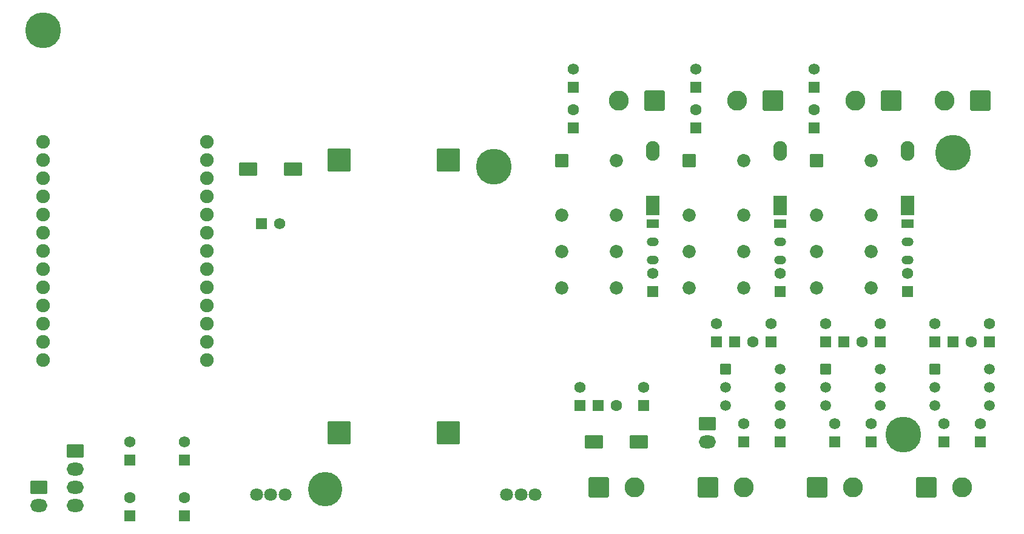
<source format=gbr>
G04 --- HEADER BEGIN --- *
G04 #@! TF.GenerationSoftware,LibrePCB,LibrePCB,1.3.0*
G04 #@! TF.CreationDate,2025-10-14T22:14:51*
G04 #@! TF.ProjectId,GateGuardian - Sommer Twist 350 Swing Gate,8a633c5c-b075-4c35-a81d-aba18a590e16,v1*
G04 #@! TF.Part,Single*
G04 #@! TF.SameCoordinates*
G04 #@! TF.FileFunction,Soldermask,Top*
G04 #@! TF.FilePolarity,Negative*
%FSLAX66Y66*%
%MOMM*%
G01*
G75*
G04 --- HEADER END --- *
G04 --- APERTURE LIST BEGIN --- *
%ADD10C,1.56*%
%AMROUNDEDRECT11*20,1,1.56,-0.68,0.0,0.68,0.0,0.0*20,1,1.36,-0.78,0.0,0.78,0.0,0.0*1,1,0.2,-0.68,0.68*1,1,0.2,0.68,0.68*1,1,0.2,0.68,-0.68*1,1,0.2,-0.68,-0.68*%
%ADD11ROUNDEDRECT11*%
%ADD12C,1.9*%
%AMROUNDEDRECT13*20,1,2.8,-1.3,0.0,1.3,0.0,0.0*20,1,2.6,-1.4,0.0,1.4,0.0,0.0*1,1,0.2,-1.3,1.3*1,1,0.2,1.3,1.3*1,1,0.2,1.3,-1.3*1,1,0.2,-1.3,-1.3*%
%ADD13ROUNDEDRECT13*%
%ADD14C,2.8*%
%ADD15O,1.9X2.75*%
%AMROUNDEDRECT16*20,1,1.9,-1.275,0.0,1.275,0.0,90.0*20,1,1.7,-1.375,0.0,1.375,0.0,90.0*1,1,0.2,-0.85,-1.275*1,1,0.2,-0.85,1.275*1,1,0.2,0.85,1.275*1,1,0.2,0.85,-1.275*%
%ADD16ROUNDEDRECT16*%
%ADD17O,2.39X1.787*%
%AMROUNDEDRECT18*20,1,1.787,-1.095,0.0,1.095,0.0,0.0*20,1,1.587,-1.195,0.0,1.195,0.0,0.0*1,1,0.2,-1.095,0.7935*1,1,0.2,1.095,0.7935*1,1,0.2,1.095,-0.7935*1,1,0.2,-1.095,-0.7935*%
%ADD18ROUNDEDRECT18*%
%AMROUNDEDRECT19*20,1,1.8,-1.15,0.0,1.15,0.0,0.0*20,1,1.6,-1.25,0.0,1.25,0.0,0.0*1,1,0.2,-1.15,0.8*1,1,0.2,1.15,0.8*1,1,0.2,1.15,-0.8*1,1,0.2,-1.15,-0.8*%
%ADD19ROUNDEDRECT19*%
%AMROUNDEDRECT20*20,1,1.6,-0.7,0.0,0.7,0.0,0.0*20,1,1.4,-0.8,0.0,0.8,0.0,0.0*1,1,0.2,-0.7,0.7*1,1,0.2,0.7,0.7*1,1,0.2,0.7,-0.7*1,1,0.2,-0.7,-0.7*%
%ADD20ROUNDEDRECT20*%
%ADD21C,1.6*%
%ADD22C,1.85*%
%AMROUNDEDRECT23*20,1,1.85,-0.825,0.0,0.825,0.0,0.0*20,1,1.65,-0.925,0.0,0.925,0.0,0.0*1,1,0.2,-0.825,0.825*1,1,0.2,0.825,0.825*1,1,0.2,0.825,-0.825*1,1,0.2,-0.825,-0.825*%
%ADD23ROUNDEDRECT23*%
%ADD24C,1.508*%
%AMROUNDEDRECT25*20,1,1.508,-0.654,0.0,0.654,0.0,0.0*20,1,1.308,-0.754,0.0,0.754,0.0,0.0*1,1,0.2,-0.654,0.654*1,1,0.2,0.654,0.654*1,1,0.2,0.654,-0.654*1,1,0.2,-0.654,-0.654*%
%ADD25ROUNDEDRECT25*%
%AMROUNDEDRECT26*20,1,3.2,-1.5,0.0,1.5,0.0,0.0*20,1,3.0,-1.6,0.0,1.6,0.0,0.0*1,1,0.2,-1.5,1.5*1,1,0.2,1.5,1.5*1,1,0.2,1.5,-1.5*1,1,0.2,-1.5,-1.5*%
%ADD26ROUNDEDRECT26*%
%ADD27O,1.7X1.25*%
%AMROUNDEDRECT28*20,1,1.25,-0.75,0.0,0.75,0.0,0.0*20,1,1.05,-0.85,0.0,0.85,0.0,0.0*1,1,0.2,-0.75,0.525*1,1,0.2,0.75,0.525*1,1,0.2,0.75,-0.525*1,1,0.2,-0.75,-0.525*%
%ADD28ROUNDEDRECT28*%
%ADD29C,1.8*%
%ADD30C,5.0*%
%ADD31C,4.8*%
G04 --- APERTURE LIST END --- *
G04 --- BOARD BEGIN --- *
D10*
G04 #@! TO.C,R14*
X128270000Y29210000D03*
D11*
X128270000Y26670000D03*
D10*
G04 #@! TO.C,R8*
X94932500Y64770000D03*
D11*
X94932500Y62230000D03*
D12*
G04 #@! TO.C,U4*
X3810000Y29210000D03*
X26670000Y36830000D03*
X26670000Y31750000D03*
X26670000Y52070000D03*
X3810000Y26670000D03*
X3810000Y49530000D03*
X26670000Y34290000D03*
X3810000Y46990000D03*
X26670000Y46990000D03*
X3810000Y24130000D03*
X26670000Y54610000D03*
X26670000Y49530000D03*
X26670000Y41910000D03*
X26670000Y29210000D03*
X3810000Y36830000D03*
X3810000Y34290000D03*
X3810000Y31750000D03*
X3810000Y52070000D03*
X3810000Y44450000D03*
X26670000Y39370000D03*
X26670000Y44450000D03*
X3810000Y41910000D03*
X26670000Y24130000D03*
X3810000Y54610000D03*
X3810000Y39370000D03*
X26670000Y26670000D03*
D13*
G04 #@! TO.C,J4*
X105687500Y60325000D03*
D14*
X100687500Y60325000D03*
D15*
G04 #@! TO.C,D2*
X106680000Y53340000D03*
D16*
X106680000Y45720000D03*
D10*
G04 #@! TO.C,R12*
X88900000Y36195000D03*
D11*
X88900000Y33655000D03*
D17*
G04 #@! TO.C,J2*
X3175000Y3810000D03*
D18*
X3175000Y6350000D03*
D10*
G04 #@! TO.C,R15*
X78740000Y20320000D03*
D11*
X78740000Y17780000D03*
D19*
G04 #@! TO.C,S2*
X32410000Y50800000D03*
X38710000Y50800000D03*
D20*
G04 #@! TO.C,GATE*
X81280000Y17780000D03*
D21*
X83820000Y17780000D03*
D10*
G04 #@! TO.C,R17*
X101600000Y15240000D03*
D11*
X101600000Y12700000D03*
D13*
G04 #@! TO.C,J11*
X134580000Y60325000D03*
D14*
X129580000Y60325000D03*
D22*
G04 #@! TO.C,K1*
X111760000Y44340000D03*
X119380000Y39260000D03*
X119380000Y51960000D03*
X119380000Y34180000D03*
X119380000Y44340000D03*
D23*
X111760000Y51960000D03*
D22*
X111760000Y39260000D03*
X111760000Y34180000D03*
D24*
G04 #@! TO.C,U1*
X120650000Y17780000D03*
X113030000Y20320000D03*
D25*
X113030000Y22860000D03*
D24*
X120650000Y20320000D03*
X113030000Y17780000D03*
X120650000Y22860000D03*
G04 #@! TO.C,U2*
X135890000Y17780000D03*
X128270000Y20320000D03*
D25*
X128270000Y22860000D03*
D24*
X135890000Y20320000D03*
X128270000Y17780000D03*
X135890000Y22860000D03*
D20*
G04 #@! TO.C,LED1*
X15875000Y2381250D03*
D21*
X15875000Y4921250D03*
D17*
G04 #@! TO.C,J1*
X8255000Y3810000D03*
D18*
X8255000Y11430000D03*
D17*
X8255000Y6350000D03*
X8255000Y8890000D03*
D20*
G04 #@! TO.C,STOP*
X94932500Y56515000D03*
D21*
X94932500Y59055000D03*
D10*
G04 #@! TO.C,R19*
X97790000Y29210000D03*
D11*
X97790000Y26670000D03*
D15*
G04 #@! TO.C,D1*
X124460000Y53340000D03*
D16*
X124460000Y45720000D03*
D20*
G04 #@! TO.C,LOCK*
X115570000Y26670000D03*
D21*
X118110000Y26670000D03*
D19*
G04 #@! TO.C,S4*
X86970000Y12700000D03*
X80670000Y12700000D03*
D17*
G04 #@! TO.C,J12*
X96520000Y12700000D03*
D18*
X96520000Y15240000D03*
D10*
G04 #@! TO.C,R21*
X135890000Y29210000D03*
D11*
X135890000Y26670000D03*
D26*
G04 #@! TO.C,U5*
X45085000Y52070000D03*
X60325000Y52070000D03*
X45085000Y13970000D03*
X60325000Y13970000D03*
D10*
G04 #@! TO.C,R10*
X124460000Y36195000D03*
D11*
X124460000Y33655000D03*
D10*
G04 #@! TO.C,R4*
X119380000Y15240000D03*
D11*
X119380000Y12700000D03*
D10*
G04 #@! TO.C,R6*
X134620000Y15240000D03*
D11*
X134620000Y12700000D03*
D20*
G04 #@! TO.C,CLOSE*
X77787500Y56515000D03*
D21*
X77787500Y59055000D03*
D22*
G04 #@! TO.C,K3*
X76200000Y44340000D03*
X83820000Y39260000D03*
X83820000Y51960000D03*
X83820000Y34180000D03*
X83820000Y44340000D03*
D23*
X76200000Y51960000D03*
D22*
X76200000Y39260000D03*
X76200000Y34180000D03*
D10*
G04 #@! TO.C,R18*
X106680000Y15240000D03*
D11*
X106680000Y12700000D03*
D10*
G04 #@! TO.C,R9*
X77787500Y64770000D03*
D11*
X77787500Y62230000D03*
D10*
G04 #@! TO.C,R22*
X105410000Y29210000D03*
D11*
X105410000Y26670000D03*
D27*
G04 #@! TO.C,Q3*
X88900000Y40640000D03*
X88900000Y38100000D03*
D28*
X88900000Y43180000D03*
D29*
G04 #@! TO.C,J15*
X68485000Y5312500D03*
X72485000Y5312500D03*
X70485000Y5312500D03*
D27*
G04 #@! TO.C,Q1*
X124460000Y40640000D03*
X124460000Y38100000D03*
D28*
X124460000Y43180000D03*
D13*
G04 #@! TO.C,J5*
X89177500Y60325000D03*
D14*
X84177500Y60325000D03*
D27*
G04 #@! TO.C,Q2*
X106680000Y40640000D03*
X106680000Y38100000D03*
D28*
X106680000Y43180000D03*
D10*
G04 #@! TO.C,R25*
X36830000Y43180000D03*
D11*
X34290000Y43180000D03*
D10*
G04 #@! TO.C,R23*
X87630000Y20320000D03*
D11*
X87630000Y17780000D03*
D20*
G04 #@! TO.C,EYE*
X100330000Y26670000D03*
D21*
X102870000Y26670000D03*
D13*
G04 #@! TO.C,J8*
X96560000Y6350000D03*
D14*
X101560000Y6350000D03*
D15*
G04 #@! TO.C,D3*
X88900000Y53340000D03*
D16*
X88900000Y45720000D03*
D10*
G04 #@! TO.C,R2*
X23495000Y12700000D03*
D11*
X23495000Y10160000D03*
D10*
G04 #@! TO.C,R5*
X129540000Y15240000D03*
D11*
X129540000Y12700000D03*
D29*
G04 #@! TO.C,J10*
X33560000Y5312500D03*
X37560000Y5312500D03*
X35560000Y5312500D03*
D22*
G04 #@! TO.C,K2*
X93980000Y44340000D03*
X101600000Y39260000D03*
X101600000Y51960000D03*
X101600000Y34180000D03*
X101600000Y44340000D03*
D23*
X93980000Y51960000D03*
D22*
X93980000Y39260000D03*
X93980000Y34180000D03*
D10*
G04 #@! TO.C,R7*
X111442500Y64770000D03*
D11*
X111442500Y62230000D03*
D20*
G04 #@! TO.C,LED2*
X23495000Y2381250D03*
D21*
X23495000Y4921250D03*
D10*
G04 #@! TO.C,R13*
X113030000Y29210000D03*
D11*
X113030000Y26670000D03*
D10*
G04 #@! TO.C,R20*
X120650000Y29210000D03*
D11*
X120650000Y26670000D03*
D13*
G04 #@! TO.C,J7*
X127040000Y6350000D03*
D14*
X132040000Y6350000D03*
D13*
G04 #@! TO.C,J6*
X111800000Y6350000D03*
D14*
X116800000Y6350000D03*
D13*
G04 #@! TO.C,J3*
X122197500Y60325000D03*
D14*
X117197500Y60325000D03*
D24*
G04 #@! TO.C,U3*
X106680000Y17780000D03*
X99060000Y20320000D03*
D25*
X99060000Y22860000D03*
D24*
X106680000Y20320000D03*
X99060000Y17780000D03*
X106680000Y22860000D03*
D20*
G04 #@! TO.C,OPEN*
X111442500Y56515000D03*
D21*
X111442500Y59055000D03*
D10*
G04 #@! TO.C,R3*
X114300000Y15240000D03*
D11*
X114300000Y12700000D03*
D20*
G04 #@! TO.C,LIGHT*
X130810000Y26670000D03*
D21*
X133350000Y26670000D03*
D10*
G04 #@! TO.C,R1*
X15875000Y12700000D03*
D11*
X15875000Y10160000D03*
D13*
G04 #@! TO.C,J9*
X81320000Y6350000D03*
D14*
X86320000Y6350000D03*
D10*
G04 #@! TO.C,R11*
X106680000Y36195000D03*
D11*
X106680000Y33655000D03*
D30*
G04 #@! TD*
X66675000Y51117500D03*
X130810000Y53022500D03*
D31*
X43180000Y6032500D03*
D30*
X123825000Y13652500D03*
X3810000Y70167500D03*
G04 --- BOARD END --- *
G04 #@! TF.MD5,952e830742e6b079b7827bd52f52390b*
M02*

</source>
